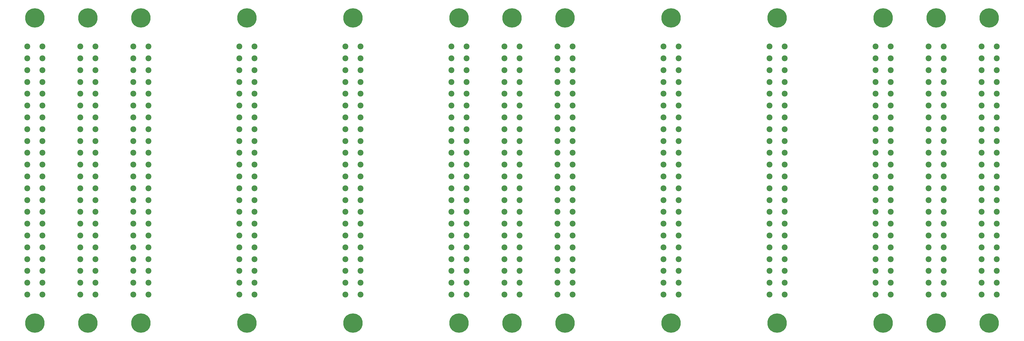
<source format=gbr>
G04 start of page 2 for group 0 idx 0 *
G04 Title: (unknown), top *
G04 Creator: pcb 20110918 *
G04 CreationDate: Fri Feb 28 16:16:28 2014 UTC *
G04 For: fosse *
G04 Format: Gerber/RS-274X *
G04 PCB-Dimensions: 1900000 500000 *
G04 PCB-Coordinate-Origin: lower left *
%MOIN*%
%FSLAX25Y25*%
%LNTOP*%
%ADD14C,0.0380*%
%ADD13C,0.1280*%
%ADD12C,0.0780*%
%ADD11C,0.2560*%
G54D11*X680000Y470000D03*
G54D12*X690000Y432200D03*
X670000D03*
G54D11*X750000Y470000D03*
G54D12*X690000Y416600D03*
X670000D03*
Y401000D03*
X690000D03*
Y385400D03*
Y369800D03*
Y354200D03*
Y338600D03*
Y323000D03*
Y307400D03*
Y291800D03*
Y276200D03*
X670000Y385400D03*
Y369800D03*
Y354200D03*
Y338600D03*
Y323000D03*
Y307400D03*
Y291800D03*
Y276200D03*
G54D11*X820000Y470000D03*
G54D12*X830000Y432200D03*
X810000D03*
X830000Y416600D03*
X810000D03*
Y401000D03*
X830000D03*
Y385400D03*
Y369800D03*
Y354200D03*
Y338600D03*
Y323000D03*
Y307400D03*
Y291800D03*
Y276200D03*
X810000Y385400D03*
Y369800D03*
Y354200D03*
Y338600D03*
Y323000D03*
Y307400D03*
Y291800D03*
Y276200D03*
X740000Y416600D03*
Y401000D03*
Y385400D03*
Y369800D03*
Y354200D03*
Y338600D03*
Y323000D03*
Y307400D03*
Y291800D03*
Y276200D03*
Y432200D03*
X760000D03*
Y416600D03*
Y401000D03*
Y385400D03*
Y369800D03*
Y354200D03*
Y338600D03*
Y323000D03*
Y307400D03*
Y291800D03*
Y276200D03*
X970000Y260600D03*
X950000D03*
X970000Y213800D03*
X950000D03*
X1110000Y260600D03*
X1090000D03*
Y245000D03*
Y229400D03*
Y213800D03*
X1110000Y245000D03*
Y229400D03*
Y213800D03*
X970000Y245000D03*
X950000D03*
X970000Y229400D03*
X950000D03*
X1250000Y260600D03*
X1230000D03*
X1390000D03*
X1370000D03*
X1300000D03*
X1320000D03*
X1250000Y245000D03*
X1230000D03*
X1390000D03*
X1370000D03*
X1300000D03*
X1320000D03*
X1250000Y229400D03*
X1230000D03*
X1390000D03*
X1370000D03*
X1300000D03*
X1320000D03*
G54D11*X960000Y470000D03*
G54D12*X970000Y432200D03*
X950000D03*
X970000Y416600D03*
X950000D03*
Y401000D03*
X970000D03*
Y385400D03*
Y369800D03*
Y354200D03*
Y338600D03*
Y323000D03*
Y307400D03*
Y291800D03*
Y276200D03*
X950000Y385400D03*
Y369800D03*
Y354200D03*
Y338600D03*
Y323000D03*
Y307400D03*
Y291800D03*
Y276200D03*
G54D11*X1100000Y470000D03*
G54D12*X1110000Y432200D03*
X1090000D03*
X1110000Y416600D03*
X1090000D03*
Y401000D03*
X1110000D03*
Y385400D03*
Y369800D03*
Y354200D03*
Y338600D03*
Y323000D03*
Y307400D03*
Y291800D03*
Y276200D03*
X1090000Y385400D03*
Y369800D03*
Y354200D03*
Y338600D03*
Y323000D03*
Y307400D03*
Y291800D03*
Y276200D03*
X670000Y260600D03*
Y245000D03*
Y229400D03*
Y213800D03*
Y198200D03*
Y182600D03*
Y167000D03*
Y151400D03*
Y135800D03*
Y120200D03*
Y104600D03*
X830000Y260600D03*
Y245000D03*
Y229400D03*
X810000Y260600D03*
Y245000D03*
Y229400D03*
X830000Y213800D03*
X810000D03*
X830000Y198200D03*
X810000D03*
X830000Y182600D03*
X810000D03*
X970000Y198200D03*
X950000D03*
Y182600D03*
X970000D03*
Y167000D03*
Y151400D03*
Y135800D03*
Y120200D03*
Y104600D03*
X950000Y167000D03*
Y151400D03*
Y135800D03*
Y120200D03*
Y104600D03*
X830000Y167000D03*
X810000D03*
Y151400D03*
Y135800D03*
Y120200D03*
X830000Y151400D03*
Y135800D03*
Y120200D03*
Y104600D03*
X810000D03*
G54D11*X750000Y66800D03*
G54D12*X740000Y104600D03*
X760000D03*
X740000Y167000D03*
X760000D03*
X740000Y151400D03*
X760000D03*
Y135800D03*
Y120200D03*
X740000Y135800D03*
Y120200D03*
Y260600D03*
X760000D03*
Y245000D03*
X740000D03*
Y229400D03*
Y213800D03*
Y198200D03*
Y182600D03*
X760000Y229400D03*
Y213800D03*
Y198200D03*
Y182600D03*
G54D11*X1240000Y470000D03*
G54D12*X1250000Y432200D03*
X1230000D03*
G54D11*X1310000Y470000D03*
G54D12*X1250000Y416600D03*
X1230000D03*
Y401000D03*
X1250000D03*
Y385400D03*
Y369800D03*
Y354200D03*
Y338600D03*
Y323000D03*
Y307400D03*
Y291800D03*
Y276200D03*
X1230000Y385400D03*
Y369800D03*
Y354200D03*
Y338600D03*
Y323000D03*
Y307400D03*
Y291800D03*
Y276200D03*
G54D11*X1380000Y470000D03*
G54D12*X1390000Y432200D03*
X1370000D03*
X1390000Y416600D03*
X1370000D03*
Y401000D03*
X1390000D03*
Y385400D03*
Y369800D03*
Y354200D03*
Y338600D03*
Y323000D03*
Y307400D03*
Y291800D03*
Y276200D03*
X1370000Y385400D03*
Y369800D03*
Y354200D03*
Y338600D03*
Y323000D03*
Y307400D03*
Y291800D03*
Y276200D03*
X1300000Y416600D03*
Y401000D03*
Y385400D03*
Y369800D03*
Y354200D03*
Y338600D03*
Y323000D03*
Y307400D03*
Y291800D03*
Y276200D03*
Y432200D03*
X1320000D03*
Y416600D03*
Y401000D03*
Y385400D03*
Y369800D03*
Y354200D03*
Y338600D03*
Y323000D03*
Y307400D03*
Y291800D03*
Y276200D03*
G54D11*X1100000Y66800D03*
X1240000D03*
X1380000D03*
X1310000D03*
G54D12*X1110000Y151400D03*
Y135800D03*
Y120200D03*
Y104600D03*
X1090000Y167000D03*
Y151400D03*
Y135800D03*
Y120200D03*
Y104600D03*
X1320000Y151400D03*
Y135800D03*
Y120200D03*
Y104600D03*
X1110000Y198200D03*
Y182600D03*
Y167000D03*
X1090000Y198200D03*
X1250000D03*
X1230000D03*
X1090000Y182600D03*
X1250000D03*
Y167000D03*
Y151400D03*
Y135800D03*
Y120200D03*
Y104600D03*
X1230000Y182600D03*
X1250000Y213800D03*
X1230000D03*
X1300000D03*
X1390000D03*
Y198200D03*
X1370000Y213800D03*
Y198200D03*
X1300000D03*
X1320000Y213800D03*
Y198200D03*
X1230000Y167000D03*
X1300000Y182600D03*
X1320000D03*
X1390000Y151400D03*
Y135800D03*
Y120200D03*
Y104600D03*
X1370000Y151400D03*
Y135800D03*
X1390000Y182600D03*
Y167000D03*
X1370000Y182600D03*
Y167000D03*
X1230000Y151400D03*
X1300000Y104600D03*
X1230000Y135800D03*
Y120200D03*
Y104600D03*
X1370000Y120200D03*
Y104600D03*
X1300000Y167000D03*
Y151400D03*
Y135800D03*
Y120200D03*
X1320000Y167000D03*
G54D11*X120000Y66800D03*
X190000D03*
X260000D03*
X400000D03*
X540000D03*
X680000D03*
X820000D03*
X960000D03*
X120000Y470000D03*
G54D12*X110000Y432200D03*
Y416600D03*
Y401000D03*
Y385400D03*
Y369800D03*
X130000Y432200D03*
Y416600D03*
Y401000D03*
Y385400D03*
Y369800D03*
Y354200D03*
X110000D03*
X130000Y338600D03*
X110000D03*
X130000Y323000D03*
X110000D03*
Y307400D03*
Y291800D03*
Y276200D03*
X130000Y307400D03*
Y291800D03*
Y276200D03*
G54D11*X260000Y470000D03*
G54D12*X270000Y432200D03*
X250000D03*
G54D11*X190000Y470000D03*
G54D12*X200000Y432200D03*
X270000Y416600D03*
X250000D03*
Y401000D03*
X270000D03*
Y385400D03*
Y369800D03*
Y354200D03*
Y338600D03*
Y323000D03*
Y307400D03*
Y291800D03*
Y276200D03*
X250000Y385400D03*
Y369800D03*
Y354200D03*
Y338600D03*
Y323000D03*
Y307400D03*
Y291800D03*
Y276200D03*
X180000Y432200D03*
Y416600D03*
Y401000D03*
Y385400D03*
Y369800D03*
Y354200D03*
Y338600D03*
Y323000D03*
Y307400D03*
Y291800D03*
Y276200D03*
X200000Y416600D03*
Y401000D03*
Y385400D03*
Y369800D03*
Y354200D03*
Y338600D03*
Y323000D03*
Y307400D03*
Y291800D03*
Y276200D03*
X270000Y260600D03*
X250000D03*
X270000Y245000D03*
X250000D03*
Y229400D03*
X410000Y260600D03*
X390000D03*
X410000Y245000D03*
X390000D03*
X410000Y229400D03*
X390000D03*
Y213800D03*
X410000D03*
Y198200D03*
Y182600D03*
Y167000D03*
Y151400D03*
Y135800D03*
Y120200D03*
Y104600D03*
X390000Y198200D03*
Y182600D03*
Y167000D03*
Y151400D03*
G54D11*X400000Y470000D03*
G54D12*X410000Y432200D03*
X390000D03*
X410000Y416600D03*
X390000D03*
Y401000D03*
X410000D03*
Y385400D03*
Y369800D03*
Y354200D03*
Y338600D03*
Y323000D03*
Y307400D03*
Y291800D03*
Y276200D03*
X390000Y385400D03*
Y369800D03*
Y354200D03*
Y338600D03*
Y323000D03*
Y307400D03*
Y291800D03*
Y276200D03*
G54D11*X540000Y470000D03*
G54D12*X550000Y432200D03*
X530000D03*
X550000Y416600D03*
X530000D03*
Y401000D03*
X550000D03*
Y385400D03*
Y369800D03*
Y354200D03*
Y338600D03*
Y323000D03*
Y307400D03*
Y291800D03*
Y276200D03*
X530000Y385400D03*
Y369800D03*
Y354200D03*
Y338600D03*
Y323000D03*
Y307400D03*
Y291800D03*
Y276200D03*
X550000Y260600D03*
Y245000D03*
X530000Y260600D03*
Y245000D03*
X550000Y198200D03*
Y229400D03*
Y213800D03*
X530000Y229400D03*
Y213800D03*
Y198200D03*
Y182600D03*
Y167000D03*
Y151400D03*
Y135800D03*
Y120200D03*
Y104600D03*
X550000Y182600D03*
Y167000D03*
Y151400D03*
Y135800D03*
Y120200D03*
Y104600D03*
X690000Y260600D03*
Y245000D03*
Y229400D03*
Y213800D03*
Y198200D03*
Y182600D03*
Y167000D03*
Y151400D03*
Y135800D03*
Y120200D03*
Y104600D03*
X130000Y260600D03*
Y245000D03*
Y229400D03*
Y213800D03*
X110000Y260600D03*
Y245000D03*
Y229400D03*
Y213800D03*
Y198200D03*
Y182600D03*
Y167000D03*
Y151400D03*
Y135800D03*
Y120200D03*
Y104600D03*
X270000Y229400D03*
Y213800D03*
Y198200D03*
Y182600D03*
Y167000D03*
Y151400D03*
Y135800D03*
Y120200D03*
X390000Y135800D03*
Y120200D03*
X270000Y104600D03*
X390000D03*
X250000Y213800D03*
Y198200D03*
Y182600D03*
Y167000D03*
Y151400D03*
Y135800D03*
Y120200D03*
Y104600D03*
X130000Y198200D03*
Y182600D03*
Y167000D03*
Y151400D03*
Y135800D03*
Y120200D03*
Y104600D03*
X180000Y182600D03*
Y167000D03*
Y151400D03*
Y135800D03*
Y120200D03*
Y104600D03*
Y260600D03*
Y245000D03*
Y229400D03*
Y213800D03*
Y198200D03*
X200000Y260600D03*
Y245000D03*
Y229400D03*
Y213800D03*
Y198200D03*
Y182600D03*
Y167000D03*
Y151400D03*
Y135800D03*
Y120200D03*
Y104600D03*
G54D13*G54D14*G54D13*G54D14*G54D13*G54D14*G54D13*G54D14*G54D13*G54D14*G54D13*G54D14*G54D13*G54D14*G54D13*G54D14*G54D13*G54D14*G54D13*G54D14*G54D13*G54D14*G54D13*G54D14*G54D13*G54D14*G54D13*G54D14*G54D13*G54D14*M02*

</source>
